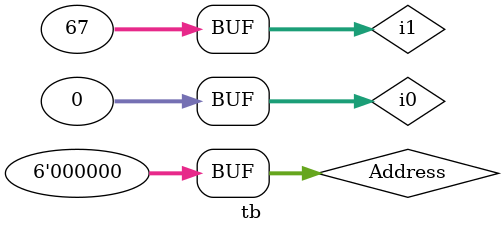
<source format=v>
`timescale 1 ns / 1 ps
module tb;
    reg [5:0] Address = 6'b0;
    wire [7:0] Q;

    integer i0 = 0, i1 = 0;

    GSR GSR_INST (.GSR(1'b1));
    PUR PUR_INST (.PUR(1'b1));

    rom_str u1 (.Address(Address), .Q(Q)
    );

    initial
    begin
       Address <= 0;
      #100;
      #10;
      for (i1 = 0; i1 < 67; i1 = i1 + 1) begin
        #10;
         Address <= Address + 1'b1;
      end
    end
endmodule
</source>
